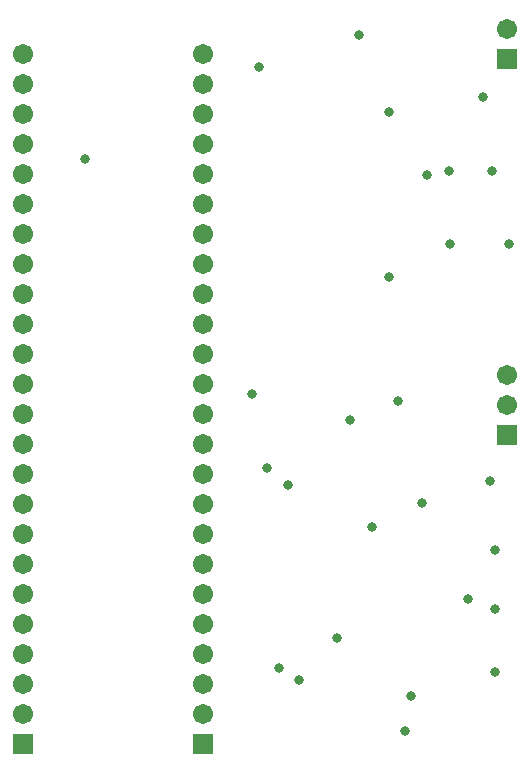
<source format=gbs>
G04*
G04 #@! TF.GenerationSoftware,Altium Limited,Altium Designer,20.0.14 (345)*
G04*
G04 Layer_Color=16711935*
%FSLAX44Y44*%
%MOMM*%
G71*
G01*
G75*
%ADD33C,1.7032*%
%ADD34R,1.7032X1.7032*%
%ADD35C,0.8032*%
D33*
X460000Y362400D02*
D03*
Y337000D02*
D03*
Y655400D02*
D03*
X50000Y634200D02*
D03*
Y608800D02*
D03*
Y583400D02*
D03*
Y558000D02*
D03*
Y532600D02*
D03*
Y507200D02*
D03*
Y481800D02*
D03*
Y456400D02*
D03*
Y431000D02*
D03*
Y405600D02*
D03*
Y380200D02*
D03*
Y354800D02*
D03*
Y329400D02*
D03*
Y304000D02*
D03*
Y278600D02*
D03*
Y253200D02*
D03*
Y227800D02*
D03*
Y202400D02*
D03*
Y177000D02*
D03*
Y151600D02*
D03*
Y126200D02*
D03*
Y100800D02*
D03*
Y75400D02*
D03*
X202400Y634200D02*
D03*
Y608800D02*
D03*
Y583400D02*
D03*
Y558000D02*
D03*
Y532600D02*
D03*
Y507200D02*
D03*
Y481800D02*
D03*
Y456400D02*
D03*
Y431000D02*
D03*
Y405600D02*
D03*
Y380200D02*
D03*
Y354800D02*
D03*
Y329400D02*
D03*
Y304000D02*
D03*
Y278600D02*
D03*
Y253200D02*
D03*
Y227800D02*
D03*
Y202400D02*
D03*
Y177000D02*
D03*
Y151600D02*
D03*
Y126200D02*
D03*
Y100800D02*
D03*
Y75400D02*
D03*
D34*
X460000Y311600D02*
D03*
Y630000D02*
D03*
X50000Y50000D02*
D03*
X202400D02*
D03*
D35*
X445271Y272000D02*
D03*
X360000Y585000D02*
D03*
X250000Y623000D02*
D03*
X392000Y531000D02*
D03*
X103000Y545000D02*
D03*
X327000Y324000D02*
D03*
X257000Y283000D02*
D03*
X275000Y269000D02*
D03*
X284000Y104000D02*
D03*
X379000Y90000D02*
D03*
X267250Y114250D02*
D03*
X388000Y254000D02*
D03*
X346000Y233000D02*
D03*
X374000Y61000D02*
D03*
X450000Y214000D02*
D03*
X427000Y172000D02*
D03*
X450000Y111000D02*
D03*
Y164000D02*
D03*
X462000Y473000D02*
D03*
X412000D02*
D03*
X360000Y445000D02*
D03*
X316021Y139000D02*
D03*
X244000Y346000D02*
D03*
X447000Y535000D02*
D03*
X411000D02*
D03*
X368000Y340000D02*
D03*
X335000Y650000D02*
D03*
X440000Y597000D02*
D03*
M02*

</source>
